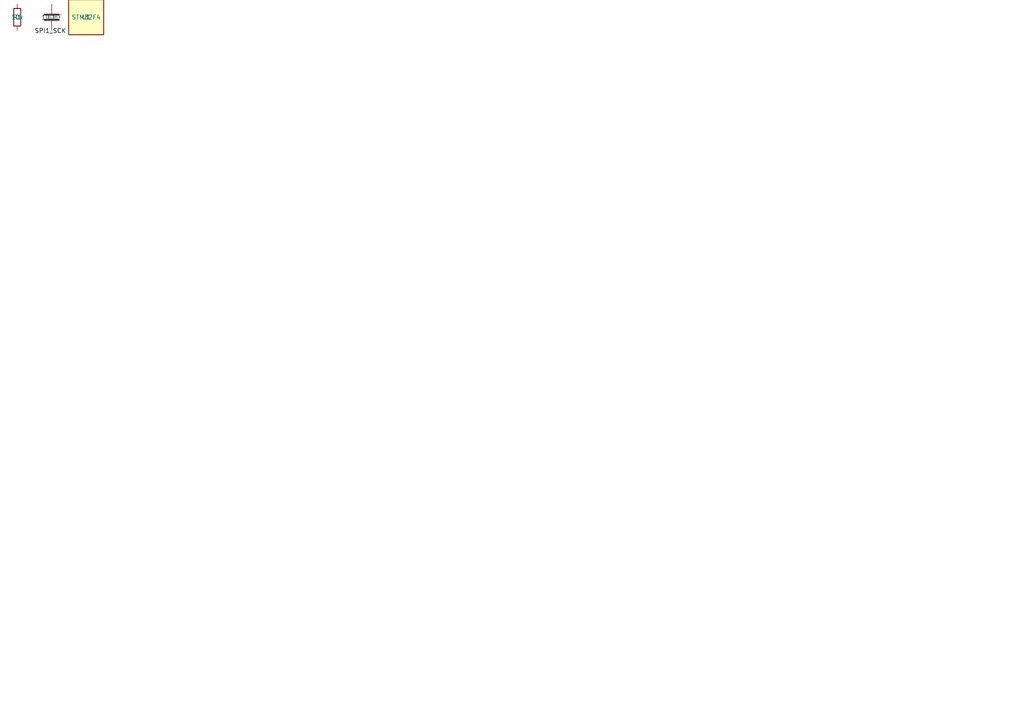
<source format=kicad_sch>
(kicad_sch (version 20211014) (generator kiutils)
  (paper "A4")
  (title_block (title "Test Schematic") (rev "1.0") (date "2026-02-17") (company "TestCo"))
  (lib_symbols
    (symbol "Device:R" (pin_numbers hide) (pin_names (offset 0))
      (property "Reference" "R" (at 2.032 0 90))
      (property "Value" "R" (at 0 0 90))
      (symbol "R_0_1"
        (rectangle (start -1.016 -2.54) (end 1.016 2.54) (stroke (width 0.254)))
      )
      (symbol "R_1_1"
        (pin passive line (at 0 3.81 270) (length 1.27) (name "~") (number "1"))
        (pin passive line (at 0 -3.81 90) (length 1.27) (name "~") (number "2"))
      )
    )
    (symbol "Device:C" (pin_numbers hide) (pin_names (offset 0.254))
      (property "Reference" "C" (at 0.635 2.54 0))
      (property "Value" "C" (at 0.635 -2.54 0))
      (symbol "C_0_1"
        (polyline (pts (xy -2.032 -0.762) (xy 2.032 -0.762)) (stroke (width 0.508)))
        (polyline (pts (xy -2.032 0.762) (xy 2.032 0.762)) (stroke (width 0.508)))
      )
      (symbol "C_1_1"
        (pin passive line (at 0 3.81 270) (length 2.794) (name "~") (number "1"))
        (pin passive line (at 0 -3.81 90) (length 2.794) (name "~") (number "2"))
      )
    )
    (symbol "Device:IC" (pin_numbers hide) (pin_names (offset 1.016))
      (property "Reference" "U" (at 0 1.27 0))
      (property "Value" "IC" (at 0 -1.27 0))
      (symbol "IC_0_1"
        (rectangle (start -5.08 -5.08) (end 5.08 5.08) (stroke (width 0.254)) (fill (type background)))
      )
    )
  )
  (label "SPI1_SCK" (at 10 10 0))
  (symbol (lib_id "Device:R") (at 5 5 0) (unit 1)
    (property "Reference" "R1" (at 5 5 0))
    (property "Value" "10k" (at 5 5 0))
    (property "Footprint" "Resistor_SMD:R_0402_1005Metric" (effects hide))
  )
  (symbol (lib_id "Device:C") (at 15 5 0) (unit 1)
    (property "Reference" "C1" (at 15 5 0))
    (property "Value" "100nF" (at 15 5 0))
    (property "Footprint" "Capacitor_SMD:C_0402_1005Metric" (effects hide))
  )
  (symbol (lib_id "Device:IC") (at 25 5 0) (unit 1)
    (property "Reference" "U1" (at 25 5 0))
    (property "Value" "STM32F4" (at 25 5 0))
  )
)
</source>
